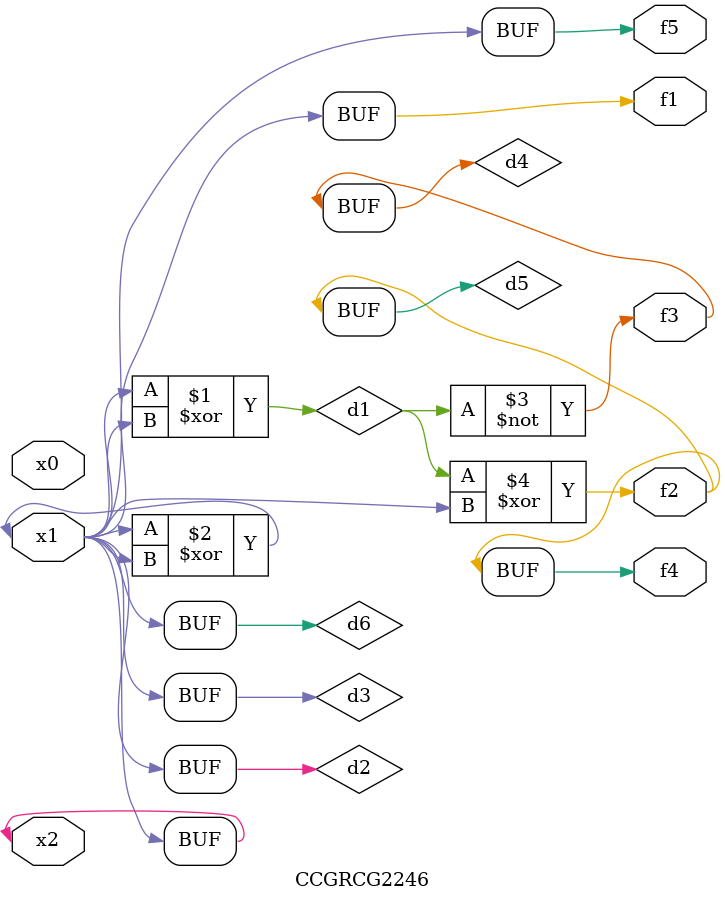
<source format=v>
module CCGRCG2246(
	input x0, x1, x2,
	output f1, f2, f3, f4, f5
);

	wire d1, d2, d3, d4, d5, d6;

	xor (d1, x1, x2);
	buf (d2, x1, x2);
	xor (d3, x1, x2);
	nor (d4, d1);
	xor (d5, d1, d2);
	buf (d6, d2, d3);
	assign f1 = d6;
	assign f2 = d5;
	assign f3 = d4;
	assign f4 = d5;
	assign f5 = d6;
endmodule

</source>
